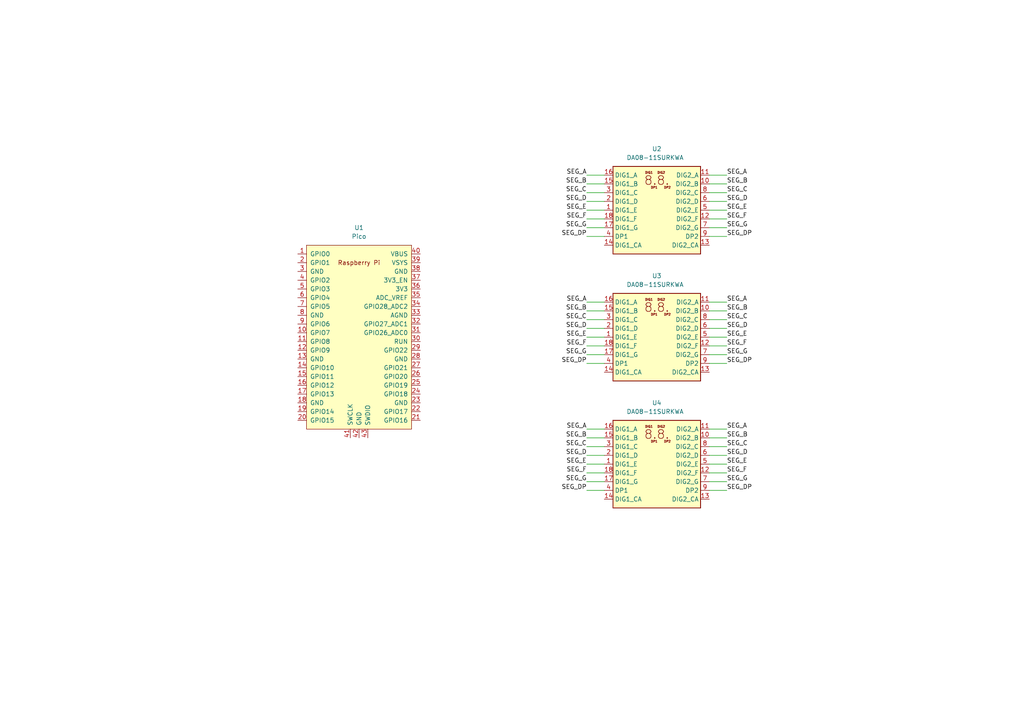
<source format=kicad_sch>
(kicad_sch (version 20230121) (generator eeschema)
  (paper "A4")
  (lib_symbols
    (symbol "Library:DA08-11"
      (property "Reference" "U" (at -11.43 13.97 0))
      (property "Value" "DA08-11SURKWA " (at 12.7 13.97 0))
      (symbol "DA08-11_0_0"
        (text "8.8." (at 0 8.636 0) (effects (font (size 2.54 2.54))))
        (text "DIG1" (at -2.286 10.922 0) (effects (font (size 0.635 0.635))))
        (text "DIG2" (at 1.27 10.922 0) (effects (font (size 0.635 0.635))))
        (text "DP1" (at -0.762 6.604 0) (effects (font (size 0.635 0.635))))
        (text "DP2" (at 3.048 6.604 0) (effects (font (size 0.635 0.635))))
      )
      (symbol "DA08-11_0_1"
        (rectangle (start -12.7 12.7) (end 12.7 -12.7) (stroke (width 0.254)) (fill (type background)))
      )
      (symbol "DA08-11_1_1"
        (pin input line (at -15.24 0 0) (length 2.54) (name "DIG1_E") (number "1"))
        (pin input line (at 15.24 7.62 180) (length 2.54) (name "DIG2_B") (number "10"))
        (pin input line (at 15.24 10.16 180) (length 2.54) (name "DIG2_A") (number "11"))
        (pin input line (at 15.24 -2.54 180) (length 2.54) (name "DIG2_F") (number "12"))
        (pin input line (at 15.24 -10.16 180) (length 2.54) (name "DIG2_CA") (number "13"))
        (pin input line (at -15.24 -10.16 0) (length 2.54) (name "DIG1_CA") (number "14"))
        (pin input line (at -15.24 7.62 0) (length 2.54) (name "DIG1_B") (number "15"))
        (pin input line (at -15.24 10.16 0) (length 2.54) (name "DIG1_A") (number "16"))
        (pin input line (at -15.24 -5.08 0) (length 2.54) (name "DIG1_G") (number "17"))
        (pin input line (at -15.24 -2.54 0) (length 2.54) (name "DIG1_F") (number "18"))
        (pin input line (at -15.24 2.54 0) (length 2.54) (name "DIG1_D") (number "2"))
        (pin input line (at -15.24 5.08 0) (length 2.54) (name "DIG1_C") (number "3"))
        (pin input line (at -15.24 -7.62 0) (length 2.54) (name "DP1") (number "4"))
        (pin input line (at 15.24 0 180) (length 2.54) (name "DIG2_E") (number "5"))
        (pin input line (at 15.24 2.54 180) (length 2.54) (name "DIG2_D") (number "6"))
        (pin input line (at 15.24 -5.08 180) (length 2.54) (name "DIG2_G") (number "7"))
        (pin input line (at 15.24 5.08 180) (length 2.54) (name "DIG2_C") (number "8"))
        (pin input line (at 15.24 -7.62 180) (length 2.54) (name "DP2") (number "9"))
      )
    )
    (symbol "MCU_RaspberryPi_and_Boards:Pico" (pin_names (offset 1.016))
      (property "Reference" "U" (at -13.97 27.94 0))
      (property "Value" "Pico" (at 0 19.05 0))
      (symbol "Pico_0_0"
        (text "Raspberry Pi" (at 0 21.59 0) (effects (font (size 1.27 1.27))))
      )
      (symbol "Pico_0_1"
        (rectangle (start -15.24 26.67) (end 15.24 -26.67) (fill (type background)))
      )
      (symbol "Pico_1_1"
        (pin bidirectional line (at -17.78 24.13 0) (length 2.54) (name "GPIO0") (number "1"))
        (pin bidirectional line (at -17.78 1.27 0) (length 2.54) (name "GPIO7") (number "10"))
        (pin bidirectional line (at -17.78 -1.27 0) (length 2.54) (name "GPIO8") (number "11"))
        (pin bidirectional line (at -17.78 -3.81 0) (length 2.54) (name "GPIO9") (number "12"))
        (pin power_in line (at -17.78 -6.35 0) (length 2.54) (name "GND") (number "13"))
        (pin bidirectional line (at -17.78 -8.89 0) (length 2.54) (name "GPIO10") (number "14"))
        (pin bidirectional line (at -17.78 -11.43 0) (length 2.54) (name "GPIO11") (number "15"))
        (pin bidirectional line (at -17.78 -13.97 0) (length 2.54) (name "GPIO12") (number "16"))
        (pin bidirectional line (at -17.78 -16.51 0) (length 2.54) (name "GPIO13") (number "17"))
        (pin power_in line (at -17.78 -19.05 0) (length 2.54) (name "GND") (number "18"))
        (pin bidirectional line (at -17.78 -21.59 0) (length 2.54) (name "GPIO14") (number "19"))
        (pin bidirectional line (at -17.78 21.59 0) (length 2.54) (name "GPIO1") (number "2"))
        (pin bidirectional line (at -17.78 -24.13 0) (length 2.54) (name "GPIO15") (number "20"))
        (pin bidirectional line (at 17.78 -24.13 180) (length 2.54) (name "GPIO16") (number "21"))
        (pin bidirectional line (at 17.78 -21.59 180) (length 2.54) (name "GPIO17") (number "22"))
        (pin power_in line (at 17.78 -19.05 180) (length 2.54) (name "GND") (number "23"))
        (pin bidirectional line (at 17.78 -16.51 180) (length 2.54) (name "GPIO18") (number "24"))
        (pin bidirectional line (at 17.78 -13.97 180) (length 2.54) (name "GPIO19") (number "25"))
        (pin bidirectional line (at 17.78 -11.43 180) (length 2.54) (name "GPIO20") (number "26"))
        (pin bidirectional line (at 17.78 -8.89 180) (length 2.54) (name "GPIO21") (number "27"))
        (pin power_in line (at 17.78 -6.35 180) (length 2.54) (name "GND") (number "28"))
        (pin bidirectional line (at 17.78 -3.81 180) (length 2.54) (name "GPIO22") (number "29"))
        (pin power_in line (at -17.78 19.05 0) (length 2.54) (name "GND") (number "3"))
        (pin input line (at 17.78 -1.27 180) (length 2.54) (name "RUN") (number "30"))
        (pin bidirectional line (at 17.78 1.27 180) (length 2.54) (name "GPIO26_ADC0") (number "31"))
        (pin bidirectional line (at 17.78 3.81 180) (length 2.54) (name "GPIO27_ADC1") (number "32"))
        (pin power_in line (at 17.78 6.35 180) (length 2.54) (name "AGND") (number "33"))
        (pin bidirectional line (at 17.78 8.89 180) (length 2.54) (name "GPIO28_ADC2") (number "34"))
        (pin unspecified line (at 17.78 11.43 180) (length 2.54) (name "ADC_VREF") (number "35"))
        (pin unspecified line (at 17.78 13.97 180) (length 2.54) (name "3V3") (number "36"))
        (pin input line (at 17.78 16.51 180) (length 2.54) (name "3V3_EN") (number "37"))
        (pin bidirectional line (at 17.78 19.05 180) (length 2.54) (name "GND") (number "38"))
        (pin unspecified line (at 17.78 21.59 180) (length 2.54) (name "VSYS") (number "39"))
        (pin bidirectional line (at -17.78 16.51 0) (length 2.54) (name "GPIO2") (number "4"))
        (pin unspecified line (at 17.78 24.13 180) (length 2.54) (name "VBUS") (number "40"))
        (pin input line (at -2.54 -29.21 90) (length 2.54) (name "SWCLK") (number "41"))
        (pin power_in line (at 0 -29.21 90) (length 2.54) (name "GND") (number "42"))
        (pin bidirectional line (at 2.54 -29.21 90) (length 2.54) (name "SWDIO") (number "43"))
        (pin bidirectional line (at -17.78 13.97 0) (length 2.54) (name "GPIO3") (number "5"))
        (pin bidirectional line (at -17.78 11.43 0) (length 2.54) (name "GPIO4") (number "6"))
        (pin bidirectional line (at -17.78 8.89 0) (length 2.54) (name "GPIO5") (number "7"))
        (pin power_in line (at -17.78 6.35 0) (length 2.54) (name "GND") (number "8"))
        (pin bidirectional line (at -17.78 3.81 0) (length 2.54) (name "GPIO6") (number "9"))
      )
    )
  )
  (wire (pts (xy 210.82 90.17) (xy 205.74 90.17)))
  (wire (pts (xy 210.82 100.33) (xy 205.74 100.33)))
  (wire (pts (xy 210.82 68.58) (xy 205.74 68.58)))
  (wire (pts (xy 170.18 100.33) (xy 175.26 100.33)))
  (wire (pts (xy 170.18 50.8) (xy 175.26 50.8)))
  (wire (pts (xy 210.82 134.62) (xy 205.74 134.62)))
  (wire (pts (xy 210.82 124.46) (xy 205.74 124.46)))
  (wire (pts (xy 210.82 63.5) (xy 205.74 63.5)))
  (wire (pts (xy 170.18 137.16) (xy 175.26 137.16)))
  (wire (pts (xy 210.82 60.96) (xy 205.74 60.96)))
  (wire (pts (xy 210.82 132.08) (xy 205.74 132.08)))
  (wire (pts (xy 170.18 132.08) (xy 175.26 132.08)))
  (wire (pts (xy 170.18 68.58) (xy 175.26 68.58)))
  (wire (pts (xy 170.18 66.04) (xy 175.26 66.04)))
  (wire (pts (xy 170.18 58.42) (xy 175.26 58.42)))
  (wire (pts (xy 210.82 137.16) (xy 205.74 137.16)))
  (wire (pts (xy 170.18 55.88) (xy 175.26 55.88)))
  (wire (pts (xy 210.82 139.7) (xy 205.74 139.7)))
  (wire (pts (xy 210.82 87.63) (xy 205.74 87.63)))
  (wire (pts (xy 170.18 97.79) (xy 175.26 97.79)))
  (wire (pts (xy 170.18 139.7) (xy 175.26 139.7)))
  (wire (pts (xy 210.82 53.34) (xy 205.74 53.34)))
  (wire (pts (xy 170.18 134.62) (xy 175.26 134.62)))
  (wire (pts (xy 170.18 124.46) (xy 175.26 124.46)))
  (wire (pts (xy 210.82 95.25) (xy 205.74 95.25)))
  (wire (pts (xy 210.82 66.04) (xy 205.74 66.04)))
  (wire (pts (xy 170.18 142.24) (xy 175.26 142.24)))
  (wire (pts (xy 170.18 60.96) (xy 175.26 60.96)))
  (wire (pts (xy 170.18 92.71) (xy 175.26 92.71)))
  (wire (pts (xy 210.82 58.42) (xy 205.74 58.42)))
  (wire (pts (xy 210.82 102.87) (xy 205.74 102.87)))
  (wire (pts (xy 210.82 105.41) (xy 205.74 105.41)))
  (wire (pts (xy 170.18 87.63) (xy 175.26 87.63)))
  (wire (pts (xy 170.18 63.5) (xy 175.26 63.5)))
  (wire (pts (xy 170.18 105.41) (xy 175.26 105.41)))
  (wire (pts (xy 210.82 97.79) (xy 205.74 97.79)))
  (wire (pts (xy 170.18 129.54) (xy 175.26 129.54)))
  (wire (pts (xy 210.82 92.71) (xy 205.74 92.71)))
  (wire (pts (xy 170.18 95.25) (xy 175.26 95.25)))
  (wire (pts (xy 210.82 127) (xy 205.74 127)))
  (wire (pts (xy 210.82 129.54) (xy 205.74 129.54)))
  (wire (pts (xy 170.18 90.17) (xy 175.26 90.17)))
  (wire (pts (xy 170.18 127) (xy 175.26 127)))
  (wire (pts (xy 210.82 50.8) (xy 205.74 50.8)))
  (wire (pts (xy 170.18 53.34) (xy 175.26 53.34)))
  (wire (pts (xy 210.82 55.88) (xy 205.74 55.88)))
  (wire (pts (xy 210.82 142.24) (xy 205.74 142.24)))
  (wire (pts (xy 170.18 102.87) (xy 175.26 102.87)))
  (label "SEG_A" (at 210.82 50.8 0))
  (label "SEG_E" (at 210.82 60.96 0))
  (label "SEG_F" (at 210.82 100.33 0))
  (label "SEG_G" (at 210.82 139.7 0))
  (label "SEG_E" (at 210.82 97.79 0))
  (label "SEG_D" (at 170.18 95.25 180))
  (label "SEG_B" (at 170.18 90.17 180))
  (label "SEG_DP" (at 170.18 142.24 180))
  (label "SEG_G" (at 210.82 102.87 0))
  (label "SEG_B" (at 210.82 90.17 0))
  (label "SEG_D" (at 210.82 95.25 0))
  (label "SEG_F" (at 170.18 100.33 180))
  (label "SEG_A" (at 210.82 124.46 0))
  (label "SEG_D" (at 170.18 132.08 180))
  (label "SEG_G" (at 170.18 102.87 180))
  (label "SEG_A" (at 170.18 50.8 180))
  (label "SEG_A" (at 170.18 87.63 180))
  (label "SEG_D" (at 210.82 132.08 0))
  (label "SEG_G" (at 170.18 139.7 180))
  (label "SEG_B" (at 210.82 127 0))
  (label "SEG_C" (at 170.18 92.71 180))
  (label "SEG_C" (at 210.82 92.71 0))
  (label "SEG_E" (at 170.18 134.62 180))
  (label "SEG_G" (at 170.18 66.04 180))
  (label "SEG_E" (at 170.18 60.96 180))
  (label "SEG_C" (at 170.18 129.54 180))
  (label "SEG_B" (at 170.18 53.34 180))
  (label "SEG_C" (at 170.18 55.88 180))
  (label "SEG_C" (at 210.82 55.88 0))
  (label "SEG_DP" (at 170.18 105.41 180))
  (label "SEG_F" (at 170.18 63.5 180))
  (label "SEG_E" (at 210.82 134.62 0))
  (label "SEG_C" (at 210.82 129.54 0))
  (label "SEG_B" (at 210.82 53.34 0))
  (label "SEG_B" (at 170.18 127 180))
  (label "SEG_D" (at 210.82 58.42 0))
  (label "SEG_DP" (at 210.82 142.24 0))
  (label "SEG_E" (at 170.18 97.79 180))
  (label "SEG_DP" (at 210.82 105.41 0))
  (label "SEG_F" (at 210.82 137.16 0))
  (label "SEG_D" (at 170.18 58.42 180))
  (label "SEG_F" (at 210.82 63.5 0))
  (label "SEG_A" (at 170.18 124.46 180))
  (label "SEG_DP" (at 210.82 68.58 0))
  (label "SEG_G" (at 210.82 66.04 0))
  (label "SEG_F" (at 170.18 137.16 180))
  (label "SEG_DP" (at 170.18 68.58 180))
  (label "SEG_A" (at 210.82 87.63 0))
  (symbol (lib_id "Library:DA08-11") (at 190.5 60.96 0) (unit 1)
    (property "Reference" "U2" (at 190.5 43.18 0))
    (property "Value" "DA08-11SURKWA " (at 190.5 45.72 0))
    (property "Footprint" "Library:DA08-11" (effects hide))
    (property "Datasheet" "https://www.mouser.com/datasheet/2/216/DA08-11SURKWA-246139.pdf" (effects hide))
  )
  (symbol (lib_id "Library:DA08-11") (at 190.5 97.79 0) (unit 1)
    (property "Reference" "U3" (at 190.5 80.01 0))
    (property "Value" "DA08-11SURKWA " (at 190.5 82.55 0))
    (property "Footprint" "Library:DA08-11" (effects hide))
    (property "Datasheet" "https://www.mouser.com/datasheet/2/216/DA08-11SURKWA-246139.pdf" (effects hide))
  )
  (symbol (lib_id "MCU_RaspberryPi_and_Boards:Pico") (at 104.14 97.79 0) (unit 1)
    (property "Reference" "U1" (at 104.14 66.04 0))
    (property "Value" "Pico" (at 104.14 68.58 0))
    (property "Footprint" "MCU_RaspberryPi_and_Boards:RPi_Pico_SMD_TH" (effects hide))
  )
  (symbol (lib_id "Library:DA08-11") (at 190.5 134.62 0) (unit 1)
    (property "Reference" "U4" (at 190.5 116.84 0))
    (property "Value" "DA08-11SURKWA " (at 190.5 119.38 0))
    (property "Footprint" "Library:DA08-11" (effects hide))
    (property "Datasheet" "https://www.mouser.com/datasheet/2/216/DA08-11SURKWA-246139.pdf" (effects hide))
  )
)
</source>
